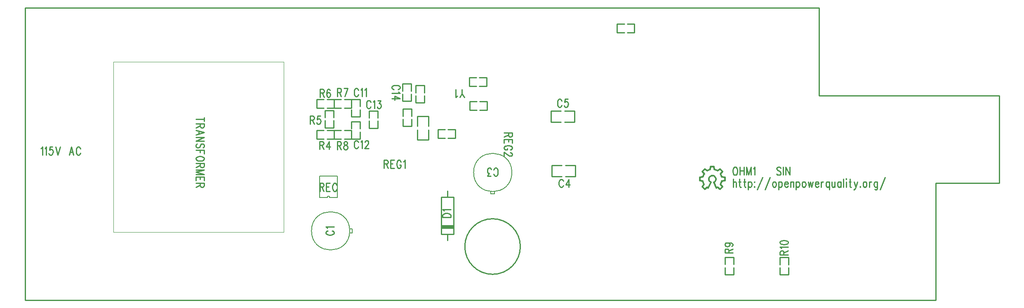
<source format=gto>
*
*
G04 PADS 9.5 Build Number: 522968 generated Gerber (RS-274-X) file*
G04 PC Version=2.1*
*
%IN "ohm1.pcb"*%
*
%MOIN*%
*
%FSLAX35Y35*%
*
*
*
*
G04 PC Standard Apertures*
*
*
G04 Thermal Relief Aperture macro.*
%AMTER*
1,1,$1,0,0*
1,0,$1-$2,0,0*
21,0,$3,$4,0,0,45*
21,0,$3,$4,0,0,135*
%
*
*
G04 Annular Aperture macro.*
%AMANN*
1,1,$1,0,0*
1,0,$2,0,0*
%
*
*
G04 Odd Aperture macro.*
%AMODD*
1,1,$1,0,0*
1,0,$1-0.005,0,0*
%
*
*
G04 PC Custom Aperture Macros*
*
*
*
*
*
*
G04 PC Aperture Table*
*
%ADD010C,0.001*%
%ADD011C,0.00787*%
%ADD013C,0.01*%
%ADD047C,0.012*%
*
*
*
*
G04 PC Circuitry*
G04 Layer Name ohm1.pcb - circuitry*
%LPD*%
*
*
G04 PC Custom Flashes*
G04 Layer Name ohm1.pcb - flashes*
%LPD*%
*
*
G04 PC Circuitry*
G04 Layer Name ohm1.pcb - circuitry*
%LPD*%
*
G54D10*
G01X1815329Y1674436D02*
X1677829D01*
Y1536936*
X1815329*
Y1674436*
G54D11*
X1868773Y1537828D02*
G75*
G03X1868773I-15463J0D01*
G01X1868696Y1539372D02*
X1870628D01*
Y1536284*
X1868696*
X1858697Y1564743D02*
X1852410D01*
Y1565825*
X1850614*
Y1564743*
X1844327*
Y1582066*
X1858697*
Y1564743*
X1999821Y1585041D02*
G03X1999821I-15463J0D01*
G01X1985902Y1569655D02*
Y1567722D01*
X1982815*
Y1569655*
G54D13*
X1911555Y1648556D02*
Y1642756D01*
X1918555*
Y1648556*
X1911555Y1650956D02*
Y1656756D01*
X1918555*
Y1650956*
X1864275Y1637087D02*
X1870075D01*
Y1644087*
X1864275*
X1861875Y1637087D02*
X1856075D01*
Y1644087*
X1861875*
X2171958Y1508224D02*
Y1502424D01*
X2178958*
Y1508224*
X2171958Y1510624D02*
Y1516424D01*
X2178958*
Y1510624*
X2093026Y1698005D02*
X2098826D01*
Y1705005*
X2093026*
X2090626Y1698005D02*
X2084826D01*
Y1705005*
X2090626*
X1929177Y1649620D02*
Y1655420D01*
X1922177*
Y1649620*
X1929177Y1647220D02*
Y1641420D01*
X1922177*
Y1647220*
X1923305Y1619457D02*
Y1611457D01*
X1932305*
Y1619457*
X1923305Y1622457D02*
Y1630457D01*
X1932305*
Y1622457*
X1918901Y1630511D02*
Y1636311D01*
X1911901*
Y1630511*
X1918901Y1628111D02*
Y1622311D01*
X1911901*
Y1628111*
X1945853Y1619947D02*
X1940053D01*
Y1612947*
X1945853*
X1948253Y1619947D02*
X1954053D01*
Y1612947*
X1948253*
X1973898Y1635531D02*
X1979698D01*
X1979698D02*
Y1642531D01*
X1979698D02*
X1973898D01*
X1971498Y1635531D02*
X1965698D01*
X1965698D02*
Y1642531D01*
X1965698D02*
X1971498D01*
X1973456Y1654776D02*
X1979256D01*
Y1661776*
X1973456*
X1971056Y1654776D02*
X1965256D01*
Y1661776*
X1971056*
X1891551Y1629129D02*
Y1634929D01*
X1884551*
Y1629129*
X1891551Y1626729D02*
Y1620929D01*
X1884551*
Y1626729*
X1847915Y1619150D02*
X1842115D01*
Y1612150*
X1847915*
X1850315Y1619150D02*
X1856115D01*
Y1612150*
X1850315*
X2043149Y1581892D02*
X2051149D01*
Y1590892*
X2043149*
X2040149Y1581892D02*
X2032149D01*
Y1590892*
X2040149*
X2042492Y1625949D02*
X2050492D01*
Y1634949*
X2042492*
X2039492Y1625949D02*
X2031492D01*
Y1634949*
X2039492*
X1947835Y1535156D02*
Y1530156D01*
X1942835Y1542156D02*
X1952835D01*
Y1535156D02*
X1942835D01*
Y1565156*
X1952835*
Y1535156*
X1947835Y1565156D02*
Y1570156D01*
X1952835Y1540156D02*
X1942835D01*
X1952835Y1541156D02*
X1942835D01*
X1877083Y1638296D02*
Y1644096D01*
X1870083*
Y1638296*
X1877083Y1635896D02*
Y1630096D01*
X1870083*
Y1635896*
X1877083Y1620294D02*
Y1626094D01*
X1870083*
Y1620294*
X1877083Y1617894D02*
Y1612094D01*
X1870083*
Y1617894*
X1864275Y1612150D02*
X1870075D01*
Y1619150*
X1864275*
X1861875Y1612150D02*
X1856075D01*
Y1619150*
X1861875*
X1848680Y1626965D02*
Y1621165D01*
X1855680*
Y1626965*
X1848680Y1629365D02*
Y1635165D01*
X1855680*
Y1629365*
X1850315Y1637087D02*
X1856115D01*
Y1644087*
X1850315*
X1847915Y1637087D02*
X1842115D01*
Y1644087*
X1847915*
X2006668Y1525156D02*
G03X2006668I-22441J0D01*
G01X2216371Y1508212D02*
Y1502412D01*
X2223371*
Y1508212*
X2216371Y1510612D02*
Y1516412D01*
X2223371*
Y1510612*
X1907917Y1652154D02*
X1908542Y1652382D01*
X1909167Y1652836*
X1909480Y1653291*
Y1654200*
X1909167Y1654654*
X1908542Y1655109*
X1907917Y1655336*
X1906980Y1655564*
X1905417*
X1904480Y1655336*
X1903855Y1655109*
X1903230Y1654654*
X1902917Y1654200*
Y1653291*
X1903230Y1652836*
X1903855Y1652382*
X1904480Y1652154*
X1908230Y1650109D02*
X1908542Y1649654D01*
X1909480Y1648973*
X1902917*
X1909480Y1644654D02*
X1905105Y1646927D01*
Y1643518*
X1909480Y1644654D02*
X1902917D01*
X1858728Y1652958D02*
Y1646395D01*
Y1652958D02*
X1860774D01*
X1861456Y1652645*
X1861683Y1652333*
X1861910Y1651708*
Y1651083*
X1861683Y1650458*
X1861456Y1650145*
X1860774Y1649833*
X1858728*
X1860319D02*
X1861910Y1646395D01*
X1867137Y1652958D02*
X1864865Y1646395D01*
X1863956Y1652958D02*
X1867137D01*
X2171939Y1520063D02*
X2178501D01*
X2171939D02*
Y1522108D01*
X2172251Y1522790*
X2172564Y1523018*
X2173189Y1523245*
X2173814*
X2174439Y1523018*
X2174751Y1522790*
X2175064Y1522108*
Y1520063*
Y1521654D02*
X2178501Y1523245D01*
X2174126Y1528245D02*
X2175064Y1528018D01*
X2175689Y1527563*
X2176001Y1526881*
Y1526654*
X2175689Y1525972*
X2175064Y1525518*
X2174126Y1525290*
X2173814*
X2172876Y1525518*
X2172251Y1525972*
X2171939Y1526654*
Y1526881*
X2172251Y1527563*
X2172876Y1528018*
X2174126Y1528245*
X2175689*
X2177251Y1528018*
X2178189Y1527563*
X2178501Y1526881*
Y1526427*
X2178189Y1525745*
X2177564Y1525518*
X1961297Y1645657D02*
X1959479Y1648782D01*
X1959479D02*
Y1652219D01*
X1957661Y1645657D02*
X1959479Y1648782D01*
X1955615Y1646907D02*
X1955161Y1646594D01*
X1954479Y1645657*
X1954479D02*
Y1652219D01*
X1885698Y1641726D02*
X1885471Y1642351D01*
X1885016Y1642976*
X1884561Y1643288*
X1883652*
X1883198Y1642976*
X1882743Y1642351*
X1882516Y1641726*
X1882289Y1640788*
Y1639226*
X1882516Y1638288*
X1882743Y1637663*
X1883198Y1637038*
X1883652Y1636726*
X1884561*
X1885016Y1637038*
X1885471Y1637663*
X1885698Y1638288*
X1887743Y1642038D02*
X1888198Y1642351D01*
X1888880Y1643288*
Y1636726*
X1891380Y1643288D02*
X1893880D01*
X1892516Y1640788*
X1893198*
X1893652Y1640476*
X1893880Y1640163*
X1894107Y1639226*
Y1638601*
X1893880Y1637663*
X1893425Y1637038*
X1892743Y1636726*
X1892061*
X1891380Y1637038*
X1891152Y1637351*
X1890925Y1637976*
X1844486Y1610233D02*
Y1603671D01*
Y1610233D02*
X1846531D01*
X1847213Y1609921*
X1847440Y1609608*
X1847667Y1608983*
Y1608358*
X1847440Y1607733*
X1847213Y1607421*
X1846531Y1607108*
X1844486*
X1846076D02*
X1847667Y1603671D01*
X1851986Y1610233D02*
X1849713Y1605858D01*
X1853122*
X1851986Y1610233D02*
Y1603671D01*
X2041304Y1578024D02*
X2041077Y1578649D01*
X2040622Y1579274*
X2040168Y1579586*
X2039259*
X2038804Y1579274*
X2038350Y1578649*
X2038122Y1578024*
X2037895Y1577086*
Y1575524*
X2038122Y1574586*
X2038350Y1573961*
X2038804Y1573336*
X2039259Y1573024*
X2040168*
X2040622Y1573336*
X2041077Y1573961*
X2041304Y1574586*
X2045622Y1579586D02*
X2043350Y1575211D01*
X2046759*
X2045622Y1579586D02*
Y1573024D01*
X2040017Y1642919D02*
X2039789Y1643544D01*
X2039335Y1644169*
X2038880Y1644481*
X2037971*
X2037517Y1644169*
X2037062Y1643544*
X2036835Y1642919*
X2036608Y1641981*
Y1640419*
X2036835Y1639481*
X2037062Y1638856*
X2037517Y1638231*
X2037971Y1637919*
X2038880*
X2039335Y1638231*
X2039789Y1638856*
X2040017Y1639481*
X2045017Y1644481D02*
X2042744D01*
X2042517Y1641669*
X2042744Y1641981*
X2043426Y1642294*
X2044108*
X2044789Y1641981*
X2045244Y1641356*
X2045471Y1640419*
X2045244Y1639794*
X2045017Y1638856*
X2044562Y1638231*
X2043880Y1637919*
X2043199*
X2042517Y1638231*
X2042289Y1638544*
X2042062Y1639169*
X2000091Y1616982D02*
X1993528D01*
X2000091D02*
Y1614936D01*
X1999778Y1614254*
X1999466Y1614027*
X1998841Y1613800*
X1998216*
X1997591Y1614027*
X1997278Y1614254*
X1996966Y1614936*
Y1616982*
Y1615391D02*
X1993528Y1613800D01*
X2000091Y1611754D02*
X1993528D01*
X2000091D02*
Y1608800D01*
X1996966Y1611754D02*
Y1609936D01*
X1993528Y1611754D02*
Y1608800D01*
X1998528Y1603345D02*
X1999153Y1603573D01*
X1999778Y1604027*
X2000091Y1604482*
Y1605391*
X1999778Y1605845*
X1999153Y1606300*
X1998528Y1606527*
X1997591Y1606754*
X1996028*
X1995091Y1606527*
X1994466Y1606300*
X1993841Y1605845*
X1993528Y1605391*
Y1604482*
X1993841Y1604027*
X1994466Y1603573*
X1995091Y1603345*
X1996028*
Y1604482D02*
Y1603345D01*
X1998528Y1601073D02*
X1998841D01*
X1999466Y1600845*
X1999778Y1600618*
X2000091Y1600163*
Y1599254*
X1999778Y1598800*
X1999466Y1598573*
X1998841Y1598345*
X1998216*
X1997591Y1598573*
X1996653Y1599027*
X1993528Y1601300*
Y1598118*
X1896506Y1595101D02*
Y1588539D01*
Y1595101D02*
X1898552D01*
X1899234Y1594789*
X1899461Y1594476*
X1899688Y1593851*
Y1593226*
X1899461Y1592601*
X1899234Y1592289*
X1898552Y1591976*
X1896506*
X1898097D02*
X1899688Y1588539D01*
X1901734Y1595101D02*
Y1588539D01*
Y1595101D02*
X1904688D01*
X1901734Y1591976D02*
X1903552D01*
X1901734Y1588539D02*
X1904688D01*
X1910143Y1593539D02*
X1909915Y1594164D01*
X1909461Y1594789*
X1909006Y1595101*
X1908097*
X1907643Y1594789*
X1907188Y1594164*
X1906961Y1593539*
X1906734Y1592601*
Y1591039*
X1906961Y1590101*
X1907188Y1589476*
X1907643Y1588851*
X1908097Y1588539*
X1909006*
X1909461Y1588851*
X1909915Y1589476*
X1910143Y1590101*
Y1591039*
X1909006D02*
X1910143D01*
X1912188Y1593851D02*
X1912643Y1594164D01*
X1913325Y1595101*
Y1588539*
X1943701Y1548784D02*
X1950263D01*
X1943701D02*
Y1550375D01*
X1944013Y1551057*
X1944638Y1551512*
X1945263Y1551739*
X1946201Y1551966*
X1947763*
X1948701Y1551739*
X1949326Y1551512*
X1949951Y1551057*
X1950263Y1550375*
Y1548784*
X1944951Y1554012D02*
X1944638Y1554466D01*
X1943701Y1555148*
X1950263*
X1851064Y1537929D02*
X1850439Y1537702D01*
X1849814Y1537247*
X1849502Y1536792*
Y1535883*
X1849814Y1535429*
X1850439Y1534974*
X1851064Y1534747*
X1852002Y1534520*
X1853564*
X1854502Y1534747*
X1855127Y1534974*
X1855752Y1535429*
X1856064Y1535883*
Y1536792*
X1855752Y1537247*
X1855127Y1537702*
X1854502Y1537929*
X1850752Y1539974D02*
X1850439Y1540429D01*
X1849502Y1541111*
X1856064*
X1875675Y1651395D02*
X1875448Y1652020D01*
X1874994Y1652645*
X1874539Y1652958*
X1873630*
X1873175Y1652645*
X1872721Y1652020*
X1872494Y1651395*
X1872266Y1650458*
Y1648895*
X1872494Y1647958*
X1872721Y1647333*
X1873175Y1646708*
X1873630Y1646395*
X1874539*
X1874994Y1646708*
X1875448Y1647333*
X1875675Y1647958*
X1877721Y1651708D02*
X1878175Y1652020D01*
X1878857Y1652958*
Y1646395*
X1880903Y1651708D02*
X1881357Y1652020D01*
X1882039Y1652958*
Y1646395*
X1875675Y1609373D02*
X1875448Y1609998D01*
X1874994Y1610623*
X1874539Y1610935*
X1873630*
X1873175Y1610623*
X1873175D02*
X1872721Y1609998D01*
X1872494Y1609373*
X1872266Y1608435*
Y1606873*
X1872494Y1605935*
X1872721Y1605310*
X1873175Y1604685*
X1873175D02*
X1873630Y1604373D01*
X1874539*
X1874994Y1604685*
X1875448Y1605310*
X1875675Y1605935*
X1877721Y1609685D02*
X1878175Y1609998D01*
X1878175D02*
X1878857Y1610935D01*
Y1604373*
X1881130Y1609373D02*
Y1609685D01*
X1881357Y1610310*
X1881585Y1610623*
X1882039Y1610935*
X1882948*
X1883403Y1610623*
X1883630Y1610310*
X1883857Y1609685*
Y1609060*
X1883630Y1608435*
X1883175Y1607498*
X1883175D02*
X1880903Y1604373D01*
X1884085*
X1858598Y1610072D02*
Y1603509D01*
Y1610072D02*
X1860644D01*
X1861326Y1609759*
X1861553Y1609447*
X1861780Y1608822*
Y1608197*
X1861553Y1607572*
X1861326Y1607259*
X1860644Y1606947*
X1858598*
X1860189D02*
X1861780Y1603509D01*
X1864962Y1610072D02*
X1864280Y1609759D01*
X1864053Y1609134*
Y1608509*
X1864280Y1607884*
X1864735Y1607572*
X1865644Y1607259*
X1866326Y1606947*
X1866780Y1606322*
X1867008Y1605697*
Y1604759*
X1866780Y1604134*
X1866553Y1603822*
X1865871Y1603509*
X1864962*
X1864280Y1603822*
X1864053Y1604134*
X1863826Y1604759*
Y1605697*
X1864053Y1606322*
X1864508Y1606947*
X1865189Y1607259*
X1866098Y1607572*
X1866553Y1607884*
X1866780Y1608509*
Y1609134*
X1866553Y1609759*
X1865871Y1610072*
X1864962*
X1836749Y1630628D02*
Y1624066D01*
Y1630628D02*
X1838795D01*
X1839477Y1630316*
X1839704Y1630003*
X1839931Y1629378*
Y1628753*
X1839704Y1628128*
X1839477Y1627816*
X1838795Y1627503*
X1836749*
X1838340D02*
X1839931Y1624066D01*
X1844931Y1630628D02*
X1842658D01*
X1842431Y1627816*
X1842658Y1628128*
X1843340Y1628441*
X1844022*
X1844704Y1628128*
X1845158Y1627503*
X1845386Y1626566*
X1845158Y1625941*
X1844931Y1625003*
X1844477Y1624378*
X1843795Y1624066*
X1843113*
X1842431Y1624378*
X1842204Y1624691*
X1841977Y1625316*
X1844608Y1576479D02*
Y1569916D01*
Y1576479D02*
X1846653D01*
X1847335Y1576166*
X1847562Y1575854*
X1847789Y1575229*
Y1574604*
X1847562Y1573979*
X1847335Y1573666*
X1846653Y1573354*
X1844608*
X1846199D02*
X1847789Y1569916D01*
X1849835Y1576479D02*
Y1569916D01*
Y1576479D02*
X1852789D01*
X1849835Y1573354D02*
X1851653D01*
X1849835Y1569916D02*
X1852789D01*
X1858244Y1574916D02*
X1858017Y1575541D01*
X1857562Y1576166*
X1857108Y1576479*
X1856199*
X1855744Y1576166*
X1855289Y1575541*
X1855062Y1574916*
X1854835Y1573979*
Y1572416*
X1855062Y1571479*
X1855289Y1570854*
X1855744Y1570229*
X1856199Y1569916*
X1857108*
X1857562Y1570229*
X1858017Y1570854*
X1858244Y1571479*
X1844837Y1652430D02*
Y1645867D01*
Y1652430D02*
X1846883D01*
X1847565Y1652117*
X1847792Y1651805*
X1848019Y1651180*
Y1650555*
X1847792Y1649930*
X1847565Y1649617*
X1846883Y1649305*
X1844837*
X1846428D02*
X1848019Y1645867D01*
X1852792Y1651492D02*
X1852565Y1652117D01*
X1851883Y1652430*
X1851428*
X1850746Y1652117*
X1850292Y1651180*
X1850065Y1649617*
Y1648055*
X1850292Y1646805*
X1850746Y1646180*
X1851428Y1645867*
X1851655*
X1852337Y1646180*
X1852792Y1646805*
X1853019Y1647742*
Y1648055*
X1852792Y1648992*
X1852337Y1649617*
X1851655Y1649930*
X1851428*
X1850746Y1649617*
X1850292Y1648992*
X1850065Y1648055*
X1751034Y1628031D02*
X1744471D01*
X1751034Y1629622D02*
Y1626440D01*
Y1624395D02*
X1744471D01*
X1751034D02*
Y1622349D01*
X1750721Y1621668*
X1750409Y1621440*
X1749784Y1621213*
X1749159*
X1748534Y1621440*
X1748221Y1621668*
X1747909Y1622349*
Y1624395*
Y1622804D02*
X1744471Y1621213D01*
X1751034Y1617349D02*
X1744471Y1619168D01*
X1751034Y1617349D02*
X1744471Y1615531D01*
X1746659Y1618486D02*
Y1616213D01*
X1751034Y1613486D02*
X1744471D01*
X1751034D02*
X1744471Y1610304D01*
X1751034D02*
X1744471D01*
X1750096Y1605077D02*
X1750721Y1605531D01*
X1751034Y1606213*
Y1607122*
X1750721Y1607804*
X1750096Y1608258*
X1749471*
X1748846Y1608031*
X1748534Y1607804*
X1748221Y1607349*
X1747596Y1605986*
X1747284Y1605531*
X1746971Y1605304*
X1746346Y1605077*
X1745409*
X1744784Y1605531*
X1744471Y1606213*
Y1607122*
X1744784Y1607804*
X1745409Y1608258*
X1751034Y1603031D02*
X1744471D01*
X1751034D02*
Y1600077D01*
X1747909Y1603031D02*
Y1601213D01*
X1751034Y1596668D02*
X1750721Y1597122D01*
X1750096Y1597577*
X1749471Y1597804*
X1748534Y1598031*
X1746971*
X1746034Y1597804*
X1745409Y1597577*
X1744784Y1597122*
X1744471Y1596668*
Y1595758*
X1744784Y1595304*
X1745409Y1594849*
X1746034Y1594622*
X1746971Y1594395*
X1748534*
X1749471Y1594622*
X1750096Y1594849*
X1750721Y1595304*
X1751034Y1595758*
Y1596668*
Y1592349D02*
X1744471D01*
X1751034D02*
Y1590304D01*
X1750721Y1589622*
X1750409Y1589395*
X1749784Y1589168*
X1749159*
X1748534Y1589395*
X1748221Y1589622*
X1747909Y1590304*
Y1592349*
Y1590758D02*
X1744471Y1589168D01*
X1751034Y1587122D02*
X1744471D01*
X1751034D02*
X1744471Y1585304D01*
X1751034Y1583486D02*
X1744471Y1585304D01*
X1751034Y1583486D02*
X1744471D01*
X1751034Y1581440D02*
X1744471D01*
X1751034D02*
Y1578486D01*
X1747909Y1581440D02*
Y1579622D01*
X1744471Y1581440D02*
Y1578486D01*
X1751034Y1576440D02*
X1744471D01*
X1751034D02*
Y1574395D01*
X1750721Y1573713*
X1750409Y1573486*
X1749784Y1573258*
X1749159*
X1748534Y1573486*
X1748221Y1573713*
X1747909Y1574395*
Y1576440*
Y1574849D02*
X1744471Y1573258D01*
X2216456Y1518520D02*
X2223018D01*
X2216456D02*
Y1520565D01*
X2216768Y1521247*
X2217081Y1521474*
X2217706Y1521702*
X2218331*
X2218956Y1521474*
X2219268Y1521247*
X2219581Y1520565*
Y1518520*
Y1520111D02*
X2223018Y1521702D01*
X2217706Y1523747D02*
X2217393Y1524202D01*
X2216456Y1524883*
X2223018*
X2216456Y1528292D02*
X2216768Y1527611D01*
X2217706Y1527156*
X2219268Y1526929*
X2220206*
X2221768Y1527156*
X2222706Y1527611*
X2223018Y1528292*
Y1528747*
X2222706Y1529429*
X2221768Y1529883*
X2220206Y1530111*
X2219268*
X2217706Y1529883*
X2216768Y1529429*
X2216456Y1528747*
Y1528292*
X1985147Y1583663D02*
X1985375Y1583038D01*
X1985829Y1582413*
X1986284Y1582100*
X1987193*
X1987647Y1582413*
X1988102Y1583038*
X1988329Y1583663*
X1988556Y1584600*
Y1586163*
X1988329Y1587100*
X1988102Y1587725*
X1987647Y1588350*
X1987193Y1588663*
X1986284*
X1985829Y1588350*
X1985375Y1587725*
X1985147Y1587100*
X1982647Y1582100D02*
X1980147D01*
X1981511Y1584600*
X1980829*
X1980375Y1584913*
X1980147Y1585225*
X1979920Y1586163*
Y1586788*
X1980147Y1587725*
X1980602Y1588350*
X1981284Y1588663*
X1981966*
X1982647Y1588350*
X1982875Y1588038*
X1983102Y1587413*
X1619222Y1604597D02*
X1619676Y1604910D01*
X1620358Y1605847*
Y1599285*
X1622404Y1604597D02*
X1622858Y1604910D01*
X1623540Y1605847*
Y1599285*
X1628540Y1605847D02*
X1626267D01*
X1626040Y1603035*
X1626267Y1603347*
X1626949Y1603660*
X1627631*
X1628313Y1603347*
X1628767Y1602722*
X1628995Y1601785*
X1628767Y1601160*
X1628540Y1600222*
X1628085Y1599597*
X1627404Y1599285*
X1626722*
X1626040Y1599597*
X1625813Y1599910*
X1625585Y1600535*
X1631040Y1605847D02*
X1632858Y1599285D01*
X1634676Y1605847D02*
X1632858Y1599285D01*
X1643767Y1605847D02*
X1641949Y1599285D01*
X1643767Y1605847D02*
X1645585Y1599285D01*
X1642631Y1601472D02*
X1644904D01*
X1651040Y1604285D02*
X1650813Y1604910D01*
X1650358Y1605535*
X1649904Y1605847*
X1648995*
X1648540Y1605535*
X1648085Y1604910*
X1647858Y1604285*
X1647631Y1603347*
Y1601785*
X1647858Y1600847*
X1648085Y1600222*
X1648540Y1599597*
X1648995Y1599285*
X1649904*
X1650358Y1599597*
X1650813Y1600222*
X1651040Y1600847*
X2179805Y1589536D02*
X2179350Y1589224D01*
X2178895Y1588599*
X2178668Y1587974*
X2178441Y1587036*
Y1585474*
X2178668Y1584536*
X2178895Y1583911*
X2179350Y1583286*
X2179805Y1582974*
X2180714*
X2181168Y1583286*
X2181623Y1583911*
X2181850Y1584536*
X2182077Y1585474*
Y1587036*
X2181850Y1587974*
X2181623Y1588599*
X2181168Y1589224*
X2180714Y1589536*
X2179805*
X2184123D02*
Y1582974D01*
X2187305Y1589536D02*
Y1582974D01*
X2184123Y1586411D02*
X2187305D01*
X2189350Y1589536D02*
Y1582974D01*
Y1589536D02*
X2191168Y1582974D01*
X2192986Y1589536D02*
X2191168Y1582974D01*
X2192986Y1589536D02*
Y1582974D01*
X2195032Y1588286D02*
X2195486Y1588599D01*
X2196168Y1589536*
Y1582974*
X2217077Y1588599D02*
X2216623Y1589224D01*
X2215941Y1589536*
X2215032*
X2214350Y1589224*
X2213895Y1588599*
Y1587974*
X2214123Y1587349*
X2214350Y1587036*
X2214805Y1586724*
X2216168Y1586099*
X2216623Y1585786*
X2216850Y1585474*
X2217077Y1584849*
Y1583911*
X2216623Y1583286*
X2215941Y1582974*
X2215032*
X2214350Y1583286*
X2213895Y1583911*
X2219123Y1589536D02*
Y1582974D01*
X2221168Y1589536D02*
Y1582974D01*
Y1589536D02*
X2224350Y1582974D01*
Y1589536D02*
Y1582974D01*
X2178625Y1579792D02*
Y1573230D01*
Y1576355D02*
X2179306Y1577292D01*
X2179761Y1577605*
X2180443*
X2180897Y1577292*
X2181125Y1576355*
Y1573230*
X2183852Y1579792D02*
Y1574480D01*
X2184079Y1573542*
X2184534Y1573230*
X2184988*
X2183170Y1577605D02*
X2184761D01*
X2187716Y1579792D02*
Y1574480D01*
X2187943Y1573542*
X2188397Y1573230*
X2188852*
X2187034Y1577605D02*
X2188625D01*
X2190897D02*
Y1571042D01*
Y1576667D02*
X2191352Y1577292D01*
X2191806Y1577605*
X2192488*
X2192943Y1577292*
X2193397Y1576667*
X2193625Y1575730*
Y1575105*
X2193397Y1574167*
X2192943Y1573542*
X2192488Y1573230*
X2191806*
X2191352Y1573542*
X2190897Y1574167*
X2195897Y1577605D02*
X2195670Y1577292D01*
X2195897Y1576980*
X2196125Y1577292*
X2195897Y1577605*
Y1573855D02*
X2195670Y1573542D01*
X2195897Y1573230*
X2196125Y1573542*
X2195897Y1573855*
X2202261Y1581042D02*
X2198170Y1571042D01*
X2208397Y1581042D02*
X2204306Y1571042D01*
X2211579Y1577605D02*
X2211125Y1577292D01*
X2210670Y1576667*
X2210443Y1575730*
Y1575105*
X2210670Y1574167*
X2211125Y1573542*
X2211579Y1573230*
X2212261*
X2212716Y1573542*
X2213170Y1574167*
X2213397Y1575105*
Y1575730*
X2213170Y1576667*
X2212716Y1577292*
X2212261Y1577605*
X2211579*
X2215443D02*
Y1571042D01*
Y1576667D02*
X2215897Y1577292D01*
X2216352Y1577605*
X2217034*
X2217488Y1577292*
X2217943Y1576667*
X2218170Y1575730*
Y1575105*
X2217943Y1574167*
X2217488Y1573542*
X2217034Y1573230*
X2216352*
X2215897Y1573542*
X2215443Y1574167*
X2220216Y1575730D02*
X2222943D01*
Y1576355*
X2222716Y1576980*
X2222488Y1577292*
X2222034Y1577605*
X2221352*
X2220897Y1577292*
X2220443Y1576667*
X2220216Y1575730*
Y1575105*
X2220443Y1574167*
X2220897Y1573542*
X2221352Y1573230*
X2222034*
X2222488Y1573542*
X2222943Y1574167*
X2224988Y1577605D02*
Y1573230D01*
Y1576355D02*
X2225670Y1577292D01*
X2226125Y1577605*
X2226806*
X2227261Y1577292*
X2227488Y1576355*
Y1573230*
X2229534Y1577605D02*
Y1571042D01*
Y1576667D02*
X2229988Y1577292D01*
X2230443Y1577605*
X2231125*
X2231579Y1577292*
X2232034Y1576667*
X2232261Y1575730*
Y1575105*
X2232034Y1574167*
X2231579Y1573542*
X2231125Y1573230*
X2230443*
X2229988Y1573542*
X2229534Y1574167*
X2235443Y1577605D02*
X2234988Y1577292D01*
X2234534Y1576667*
X2234306Y1575730*
Y1575105*
X2234534Y1574167*
X2234988Y1573542*
X2235443Y1573230*
X2236125*
X2236579Y1573542*
X2237034Y1574167*
X2237261Y1575105*
Y1575730*
X2237034Y1576667*
X2236579Y1577292*
X2236125Y1577605*
X2235443*
X2239306D02*
X2240216Y1573230D01*
X2241125Y1577605D02*
X2240216Y1573230D01*
X2241125Y1577605D02*
X2242034Y1573230D01*
X2242943Y1577605D02*
X2242034Y1573230D01*
X2244988Y1575730D02*
X2247716D01*
Y1576355*
X2247488Y1576980*
X2247261Y1577292*
X2246806Y1577605*
X2246125*
X2245670Y1577292*
X2245216Y1576667*
X2244988Y1575730*
Y1575105*
X2245216Y1574167*
X2245670Y1573542*
X2246125Y1573230*
X2246806*
X2247261Y1573542*
X2247716Y1574167*
X2249761Y1577605D02*
Y1573230D01*
Y1575730D02*
X2249988Y1576667D01*
X2250443Y1577292*
X2250897Y1577605*
X2251579*
X2256352D02*
Y1571042D01*
Y1576667D02*
X2255897Y1577292D01*
X2255443Y1577605*
X2254761*
X2254306Y1577292*
X2253852Y1576667*
X2253625Y1575730*
Y1575105*
X2253852Y1574167*
X2254306Y1573542*
X2254761Y1573230*
X2255443*
X2255897Y1573542*
X2256352Y1574167*
X2258397Y1577605D02*
Y1574480D01*
X2258625Y1573542*
X2259079Y1573230*
X2259761*
X2260216Y1573542*
X2260897Y1574480*
Y1577605D02*
Y1573230D01*
X2265670Y1577605D02*
Y1573230D01*
Y1576667D02*
X2265216Y1577292D01*
X2264761Y1577605*
X2264079*
X2263625Y1577292*
X2263170Y1576667*
X2262943Y1575730*
Y1575105*
X2263170Y1574167*
X2263625Y1573542*
X2264079Y1573230*
X2264761*
X2265216Y1573542*
X2265670Y1574167*
X2267716Y1579792D02*
Y1573230D01*
X2269761Y1579792D02*
X2269988Y1579480D01*
X2270216Y1579792*
X2269988Y1580105*
X2269761Y1579792*
X2269988Y1577605D02*
Y1573230D01*
X2272943Y1579792D02*
Y1574480D01*
X2273170Y1573542*
X2273625Y1573230*
X2274079*
X2272261Y1577605D02*
X2273852D01*
X2276352D02*
X2277716Y1573230D01*
X2279079Y1577605D02*
X2277716Y1573230D01*
X2277261Y1571980*
X2276806Y1571355*
X2276352Y1571042*
X2276125*
X2281352Y1573855D02*
X2281125Y1573542D01*
X2281352Y1573230*
X2281579Y1573542*
X2281352Y1573855*
X2284761Y1577605D02*
X2284306Y1577292D01*
X2283852Y1576667*
X2283625Y1575730*
Y1575105*
X2283852Y1574167*
X2284306Y1573542*
X2284761Y1573230*
X2285443*
X2285897Y1573542*
X2286352Y1574167*
X2286579Y1575105*
Y1575730*
X2286352Y1576667*
X2285897Y1577292*
X2285443Y1577605*
X2284761*
X2288625D02*
Y1573230D01*
Y1575730D02*
X2288852Y1576667D01*
X2289306Y1577292*
X2289761Y1577605*
X2290443*
X2295216D02*
Y1572605D01*
X2294988Y1571667*
X2294761Y1571355*
X2294306Y1571042*
X2293625*
X2293170Y1571355*
X2295216Y1576667D02*
X2294761Y1577292D01*
X2294306Y1577605*
X2293625*
X2293170Y1577292*
X2292716Y1576667*
X2292488Y1575730*
Y1575105*
X2292716Y1574167*
X2293170Y1573542*
X2293625Y1573230*
X2294306*
X2294761Y1573542*
X2295216Y1574167*
X2301352Y1581042D02*
X2297261Y1571042D01*
X1606299Y1481890D02*
Y1718110D01*
X2248031*
Y1647244*
X2393701*
Y1576378*
X2342520*
Y1481890*
X1606299*
G54D47*
X2151746Y1578344D02*
Y1581029D01*
X2154210Y1581383*
X2154264Y1581724*
X2154854Y1583261*
X2155264Y1583891*
X2153762Y1585896*
X2155661Y1587795*
X2157666Y1586294*
X2158296Y1586703*
X2159833Y1587293*
X2160175Y1587347*
X2160529Y1589811*
X2163214*
X2163569Y1587339*
X2164693Y1587038*
X2166108Y1586317*
X2168081Y1587795*
X2169980Y1585896*
X2168502Y1583923*
X2169223Y1582508*
X2169524Y1581384*
X2171996Y1581029*
Y1578344*
X2169532Y1577989*
X2169478Y1577648*
X2168888Y1576111*
X2168479Y1575481*
X2169980Y1573476*
X2168081Y1571577*
X2166076Y1573079*
X2165446Y1572669*
X2165189Y1572571*
X2163056Y1577145*
X2163148Y1577180*
X2163641Y1577500*
X2164057Y1577916*
X2164377Y1578409*
X2164588Y1578958*
X2164680Y1579539*
X2164649Y1580126*
X2164497Y1580694*
X2164230Y1581218*
X2163860Y1581675*
X2163403Y1582045*
X2162879Y1582312*
X2162311Y1582464*
X2161724Y1582495*
X2161143Y1582403*
X2160594Y1582192*
X2160101Y1581872*
X2159685Y1581456*
X2159365Y1580963*
X2159154Y1580414*
X2159062Y1579833*
X2159093Y1579246*
X2159245Y1578678*
X2159512Y1578154*
X2159882Y1577697*
X2160339Y1577327*
X2160688Y1577149*
X2158559Y1572584*
X2157634Y1573055*
X2155661Y1571577*
X2153762Y1573476*
X2155240Y1575449*
X2154519Y1576864*
X2154218Y1577988*
X2151746Y1578344*
G74*
X0Y0D02*
M02*

</source>
